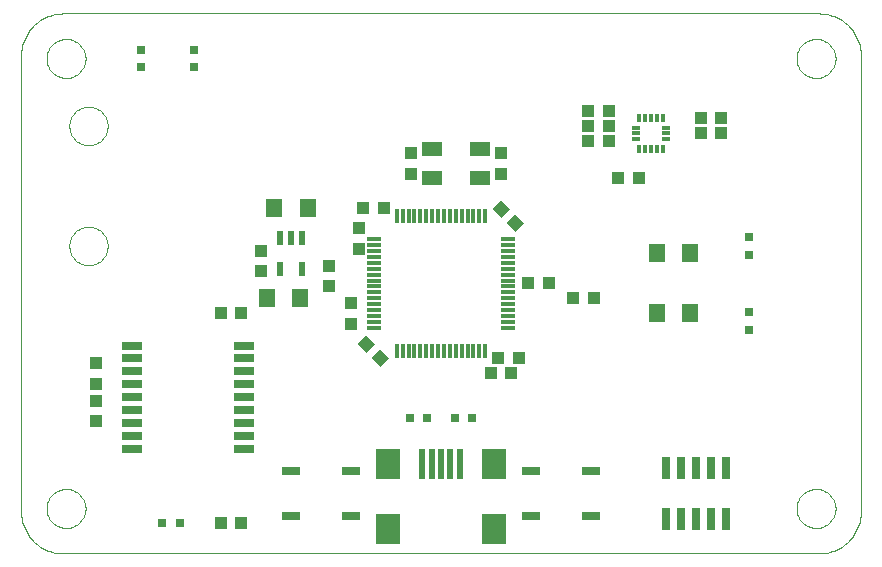
<source format=gtp>
G75*
G70*
%OFA0B0*%
%FSLAX24Y24*%
%IPPOS*%
%LPD*%
%AMOC8*
5,1,8,0,0,1.08239X$1,22.5*
%
%ADD10C,0.0000*%
%ADD11R,0.0709X0.0315*%
%ADD12R,0.0709X0.0276*%
%ADD13R,0.0118X0.0472*%
%ADD14R,0.0472X0.0118*%
%ADD15R,0.0315X0.0118*%
%ADD16R,0.0118X0.0315*%
%ADD17R,0.0433X0.0394*%
%ADD18R,0.0551X0.0630*%
%ADD19R,0.0315X0.0315*%
%ADD20R,0.0217X0.0472*%
%ADD21R,0.0394X0.0433*%
%ADD22R,0.0600X0.0300*%
%ADD23R,0.0710X0.0470*%
%ADD24R,0.0290X0.0730*%
%ADD25R,0.0197X0.0984*%
%ADD26R,0.0787X0.0984*%
D10*
X002504Y000463D02*
X027676Y000463D01*
X027750Y000465D01*
X027824Y000471D01*
X027897Y000480D01*
X027970Y000494D01*
X028042Y000511D01*
X028113Y000532D01*
X028183Y000557D01*
X028251Y000585D01*
X028318Y000617D01*
X028383Y000652D01*
X028446Y000691D01*
X028507Y000733D01*
X028566Y000778D01*
X028622Y000826D01*
X028676Y000877D01*
X028727Y000931D01*
X028775Y000987D01*
X028820Y001046D01*
X028862Y001107D01*
X028901Y001170D01*
X028936Y001235D01*
X028968Y001302D01*
X028996Y001370D01*
X029021Y001440D01*
X029042Y001511D01*
X029059Y001583D01*
X029073Y001656D01*
X029082Y001729D01*
X029088Y001803D01*
X029090Y001877D01*
X029090Y017049D01*
X029088Y017123D01*
X029082Y017197D01*
X029073Y017270D01*
X029059Y017343D01*
X029042Y017415D01*
X029021Y017486D01*
X028996Y017556D01*
X028968Y017624D01*
X028936Y017691D01*
X028901Y017756D01*
X028862Y017819D01*
X028820Y017880D01*
X028775Y017939D01*
X028727Y017995D01*
X028676Y018049D01*
X028622Y018100D01*
X028566Y018148D01*
X028507Y018193D01*
X028446Y018235D01*
X028383Y018274D01*
X028318Y018309D01*
X028251Y018341D01*
X028183Y018369D01*
X028113Y018394D01*
X028042Y018415D01*
X027970Y018432D01*
X027897Y018446D01*
X027824Y018455D01*
X027750Y018461D01*
X027676Y018463D01*
X002504Y018463D01*
X002430Y018461D01*
X002356Y018455D01*
X002283Y018446D01*
X002210Y018432D01*
X002138Y018415D01*
X002067Y018394D01*
X001997Y018369D01*
X001929Y018341D01*
X001862Y018309D01*
X001797Y018274D01*
X001734Y018235D01*
X001673Y018193D01*
X001614Y018148D01*
X001558Y018100D01*
X001504Y018049D01*
X001453Y017995D01*
X001405Y017939D01*
X001360Y017880D01*
X001318Y017819D01*
X001279Y017756D01*
X001244Y017691D01*
X001212Y017624D01*
X001184Y017556D01*
X001159Y017486D01*
X001138Y017415D01*
X001121Y017343D01*
X001107Y017270D01*
X001098Y017197D01*
X001092Y017123D01*
X001090Y017049D01*
X001090Y001877D01*
X001092Y001803D01*
X001098Y001729D01*
X001107Y001656D01*
X001121Y001583D01*
X001138Y001511D01*
X001159Y001440D01*
X001184Y001370D01*
X001212Y001302D01*
X001244Y001235D01*
X001279Y001170D01*
X001318Y001107D01*
X001360Y001046D01*
X001405Y000987D01*
X001453Y000931D01*
X001504Y000877D01*
X001558Y000826D01*
X001614Y000778D01*
X001673Y000733D01*
X001734Y000691D01*
X001797Y000652D01*
X001862Y000617D01*
X001929Y000585D01*
X001997Y000557D01*
X002067Y000532D01*
X002138Y000511D01*
X002210Y000494D01*
X002283Y000480D01*
X002356Y000471D01*
X002430Y000465D01*
X002504Y000463D01*
X001940Y001963D02*
X001942Y002013D01*
X001948Y002063D01*
X001958Y002113D01*
X001971Y002161D01*
X001988Y002209D01*
X002009Y002255D01*
X002033Y002299D01*
X002061Y002341D01*
X002092Y002381D01*
X002126Y002418D01*
X002163Y002453D01*
X002202Y002484D01*
X002243Y002513D01*
X002287Y002538D01*
X002333Y002560D01*
X002380Y002578D01*
X002428Y002592D01*
X002477Y002603D01*
X002527Y002610D01*
X002577Y002613D01*
X002628Y002612D01*
X002678Y002607D01*
X002728Y002598D01*
X002776Y002586D01*
X002824Y002569D01*
X002870Y002549D01*
X002915Y002526D01*
X002958Y002499D01*
X002998Y002469D01*
X003036Y002436D01*
X003071Y002400D01*
X003104Y002361D01*
X003133Y002320D01*
X003159Y002277D01*
X003182Y002232D01*
X003201Y002185D01*
X003216Y002137D01*
X003228Y002088D01*
X003236Y002038D01*
X003240Y001988D01*
X003240Y001938D01*
X003236Y001888D01*
X003228Y001838D01*
X003216Y001789D01*
X003201Y001741D01*
X003182Y001694D01*
X003159Y001649D01*
X003133Y001606D01*
X003104Y001565D01*
X003071Y001526D01*
X003036Y001490D01*
X002998Y001457D01*
X002958Y001427D01*
X002915Y001400D01*
X002870Y001377D01*
X002824Y001357D01*
X002776Y001340D01*
X002728Y001328D01*
X002678Y001319D01*
X002628Y001314D01*
X002577Y001313D01*
X002527Y001316D01*
X002477Y001323D01*
X002428Y001334D01*
X002380Y001348D01*
X002333Y001366D01*
X002287Y001388D01*
X002243Y001413D01*
X002202Y001442D01*
X002163Y001473D01*
X002126Y001508D01*
X002092Y001545D01*
X002061Y001585D01*
X002033Y001627D01*
X002009Y001671D01*
X001988Y001717D01*
X001971Y001765D01*
X001958Y001813D01*
X001948Y001863D01*
X001942Y001913D01*
X001940Y001963D01*
X002700Y010713D02*
X002702Y010763D01*
X002708Y010813D01*
X002718Y010862D01*
X002731Y010911D01*
X002749Y010958D01*
X002770Y011004D01*
X002794Y011047D01*
X002822Y011089D01*
X002853Y011129D01*
X002887Y011166D01*
X002924Y011200D01*
X002964Y011231D01*
X003006Y011259D01*
X003049Y011283D01*
X003095Y011304D01*
X003142Y011322D01*
X003191Y011335D01*
X003240Y011345D01*
X003290Y011351D01*
X003340Y011353D01*
X003390Y011351D01*
X003440Y011345D01*
X003489Y011335D01*
X003538Y011322D01*
X003585Y011304D01*
X003631Y011283D01*
X003674Y011259D01*
X003716Y011231D01*
X003756Y011200D01*
X003793Y011166D01*
X003827Y011129D01*
X003858Y011089D01*
X003886Y011047D01*
X003910Y011004D01*
X003931Y010958D01*
X003949Y010911D01*
X003962Y010862D01*
X003972Y010813D01*
X003978Y010763D01*
X003980Y010713D01*
X003978Y010663D01*
X003972Y010613D01*
X003962Y010564D01*
X003949Y010515D01*
X003931Y010468D01*
X003910Y010422D01*
X003886Y010379D01*
X003858Y010337D01*
X003827Y010297D01*
X003793Y010260D01*
X003756Y010226D01*
X003716Y010195D01*
X003674Y010167D01*
X003631Y010143D01*
X003585Y010122D01*
X003538Y010104D01*
X003489Y010091D01*
X003440Y010081D01*
X003390Y010075D01*
X003340Y010073D01*
X003290Y010075D01*
X003240Y010081D01*
X003191Y010091D01*
X003142Y010104D01*
X003095Y010122D01*
X003049Y010143D01*
X003006Y010167D01*
X002964Y010195D01*
X002924Y010226D01*
X002887Y010260D01*
X002853Y010297D01*
X002822Y010337D01*
X002794Y010379D01*
X002770Y010422D01*
X002749Y010468D01*
X002731Y010515D01*
X002718Y010564D01*
X002708Y010613D01*
X002702Y010663D01*
X002700Y010713D01*
X002700Y014713D02*
X002702Y014763D01*
X002708Y014813D01*
X002718Y014862D01*
X002731Y014911D01*
X002749Y014958D01*
X002770Y015004D01*
X002794Y015047D01*
X002822Y015089D01*
X002853Y015129D01*
X002887Y015166D01*
X002924Y015200D01*
X002964Y015231D01*
X003006Y015259D01*
X003049Y015283D01*
X003095Y015304D01*
X003142Y015322D01*
X003191Y015335D01*
X003240Y015345D01*
X003290Y015351D01*
X003340Y015353D01*
X003390Y015351D01*
X003440Y015345D01*
X003489Y015335D01*
X003538Y015322D01*
X003585Y015304D01*
X003631Y015283D01*
X003674Y015259D01*
X003716Y015231D01*
X003756Y015200D01*
X003793Y015166D01*
X003827Y015129D01*
X003858Y015089D01*
X003886Y015047D01*
X003910Y015004D01*
X003931Y014958D01*
X003949Y014911D01*
X003962Y014862D01*
X003972Y014813D01*
X003978Y014763D01*
X003980Y014713D01*
X003978Y014663D01*
X003972Y014613D01*
X003962Y014564D01*
X003949Y014515D01*
X003931Y014468D01*
X003910Y014422D01*
X003886Y014379D01*
X003858Y014337D01*
X003827Y014297D01*
X003793Y014260D01*
X003756Y014226D01*
X003716Y014195D01*
X003674Y014167D01*
X003631Y014143D01*
X003585Y014122D01*
X003538Y014104D01*
X003489Y014091D01*
X003440Y014081D01*
X003390Y014075D01*
X003340Y014073D01*
X003290Y014075D01*
X003240Y014081D01*
X003191Y014091D01*
X003142Y014104D01*
X003095Y014122D01*
X003049Y014143D01*
X003006Y014167D01*
X002964Y014195D01*
X002924Y014226D01*
X002887Y014260D01*
X002853Y014297D01*
X002822Y014337D01*
X002794Y014379D01*
X002770Y014422D01*
X002749Y014468D01*
X002731Y014515D01*
X002718Y014564D01*
X002708Y014613D01*
X002702Y014663D01*
X002700Y014713D01*
X001940Y016963D02*
X001942Y017013D01*
X001948Y017063D01*
X001958Y017113D01*
X001971Y017161D01*
X001988Y017209D01*
X002009Y017255D01*
X002033Y017299D01*
X002061Y017341D01*
X002092Y017381D01*
X002126Y017418D01*
X002163Y017453D01*
X002202Y017484D01*
X002243Y017513D01*
X002287Y017538D01*
X002333Y017560D01*
X002380Y017578D01*
X002428Y017592D01*
X002477Y017603D01*
X002527Y017610D01*
X002577Y017613D01*
X002628Y017612D01*
X002678Y017607D01*
X002728Y017598D01*
X002776Y017586D01*
X002824Y017569D01*
X002870Y017549D01*
X002915Y017526D01*
X002958Y017499D01*
X002998Y017469D01*
X003036Y017436D01*
X003071Y017400D01*
X003104Y017361D01*
X003133Y017320D01*
X003159Y017277D01*
X003182Y017232D01*
X003201Y017185D01*
X003216Y017137D01*
X003228Y017088D01*
X003236Y017038D01*
X003240Y016988D01*
X003240Y016938D01*
X003236Y016888D01*
X003228Y016838D01*
X003216Y016789D01*
X003201Y016741D01*
X003182Y016694D01*
X003159Y016649D01*
X003133Y016606D01*
X003104Y016565D01*
X003071Y016526D01*
X003036Y016490D01*
X002998Y016457D01*
X002958Y016427D01*
X002915Y016400D01*
X002870Y016377D01*
X002824Y016357D01*
X002776Y016340D01*
X002728Y016328D01*
X002678Y016319D01*
X002628Y016314D01*
X002577Y016313D01*
X002527Y016316D01*
X002477Y016323D01*
X002428Y016334D01*
X002380Y016348D01*
X002333Y016366D01*
X002287Y016388D01*
X002243Y016413D01*
X002202Y016442D01*
X002163Y016473D01*
X002126Y016508D01*
X002092Y016545D01*
X002061Y016585D01*
X002033Y016627D01*
X002009Y016671D01*
X001988Y016717D01*
X001971Y016765D01*
X001958Y016813D01*
X001948Y016863D01*
X001942Y016913D01*
X001940Y016963D01*
X026940Y016963D02*
X026942Y017013D01*
X026948Y017063D01*
X026958Y017113D01*
X026971Y017161D01*
X026988Y017209D01*
X027009Y017255D01*
X027033Y017299D01*
X027061Y017341D01*
X027092Y017381D01*
X027126Y017418D01*
X027163Y017453D01*
X027202Y017484D01*
X027243Y017513D01*
X027287Y017538D01*
X027333Y017560D01*
X027380Y017578D01*
X027428Y017592D01*
X027477Y017603D01*
X027527Y017610D01*
X027577Y017613D01*
X027628Y017612D01*
X027678Y017607D01*
X027728Y017598D01*
X027776Y017586D01*
X027824Y017569D01*
X027870Y017549D01*
X027915Y017526D01*
X027958Y017499D01*
X027998Y017469D01*
X028036Y017436D01*
X028071Y017400D01*
X028104Y017361D01*
X028133Y017320D01*
X028159Y017277D01*
X028182Y017232D01*
X028201Y017185D01*
X028216Y017137D01*
X028228Y017088D01*
X028236Y017038D01*
X028240Y016988D01*
X028240Y016938D01*
X028236Y016888D01*
X028228Y016838D01*
X028216Y016789D01*
X028201Y016741D01*
X028182Y016694D01*
X028159Y016649D01*
X028133Y016606D01*
X028104Y016565D01*
X028071Y016526D01*
X028036Y016490D01*
X027998Y016457D01*
X027958Y016427D01*
X027915Y016400D01*
X027870Y016377D01*
X027824Y016357D01*
X027776Y016340D01*
X027728Y016328D01*
X027678Y016319D01*
X027628Y016314D01*
X027577Y016313D01*
X027527Y016316D01*
X027477Y016323D01*
X027428Y016334D01*
X027380Y016348D01*
X027333Y016366D01*
X027287Y016388D01*
X027243Y016413D01*
X027202Y016442D01*
X027163Y016473D01*
X027126Y016508D01*
X027092Y016545D01*
X027061Y016585D01*
X027033Y016627D01*
X027009Y016671D01*
X026988Y016717D01*
X026971Y016765D01*
X026958Y016813D01*
X026948Y016863D01*
X026942Y016913D01*
X026940Y016963D01*
X026940Y001963D02*
X026942Y002013D01*
X026948Y002063D01*
X026958Y002113D01*
X026971Y002161D01*
X026988Y002209D01*
X027009Y002255D01*
X027033Y002299D01*
X027061Y002341D01*
X027092Y002381D01*
X027126Y002418D01*
X027163Y002453D01*
X027202Y002484D01*
X027243Y002513D01*
X027287Y002538D01*
X027333Y002560D01*
X027380Y002578D01*
X027428Y002592D01*
X027477Y002603D01*
X027527Y002610D01*
X027577Y002613D01*
X027628Y002612D01*
X027678Y002607D01*
X027728Y002598D01*
X027776Y002586D01*
X027824Y002569D01*
X027870Y002549D01*
X027915Y002526D01*
X027958Y002499D01*
X027998Y002469D01*
X028036Y002436D01*
X028071Y002400D01*
X028104Y002361D01*
X028133Y002320D01*
X028159Y002277D01*
X028182Y002232D01*
X028201Y002185D01*
X028216Y002137D01*
X028228Y002088D01*
X028236Y002038D01*
X028240Y001988D01*
X028240Y001938D01*
X028236Y001888D01*
X028228Y001838D01*
X028216Y001789D01*
X028201Y001741D01*
X028182Y001694D01*
X028159Y001649D01*
X028133Y001606D01*
X028104Y001565D01*
X028071Y001526D01*
X028036Y001490D01*
X027998Y001457D01*
X027958Y001427D01*
X027915Y001400D01*
X027870Y001377D01*
X027824Y001357D01*
X027776Y001340D01*
X027728Y001328D01*
X027678Y001319D01*
X027628Y001314D01*
X027577Y001313D01*
X027527Y001316D01*
X027477Y001323D01*
X027428Y001334D01*
X027380Y001348D01*
X027333Y001366D01*
X027287Y001388D01*
X027243Y001413D01*
X027202Y001442D01*
X027163Y001473D01*
X027126Y001508D01*
X027092Y001545D01*
X027061Y001585D01*
X027033Y001627D01*
X027009Y001671D01*
X026988Y001717D01*
X026971Y001765D01*
X026958Y001813D01*
X026948Y001863D01*
X026942Y001913D01*
X026940Y001963D01*
D11*
X008539Y004369D03*
X008539Y004802D03*
X008539Y005235D03*
X008539Y005668D03*
X008539Y006101D03*
X008539Y006534D03*
X008539Y006967D03*
X004799Y006967D03*
X004799Y006534D03*
X004799Y006101D03*
X004799Y005668D03*
X004799Y005235D03*
X004799Y004802D03*
X004799Y004369D03*
D12*
X004799Y003956D03*
X008539Y003956D03*
X008539Y007381D03*
X004799Y007381D03*
D13*
X013614Y007219D03*
X013810Y007219D03*
X014007Y007219D03*
X014204Y007219D03*
X014401Y007219D03*
X014598Y007219D03*
X014795Y007219D03*
X014992Y007219D03*
X015188Y007219D03*
X015385Y007219D03*
X015582Y007219D03*
X015779Y007219D03*
X015976Y007219D03*
X016173Y007219D03*
X016370Y007219D03*
X016566Y007219D03*
X016566Y011707D03*
X016370Y011707D03*
X016173Y011707D03*
X015976Y011707D03*
X015779Y011707D03*
X015582Y011707D03*
X015385Y011707D03*
X015188Y011707D03*
X014992Y011707D03*
X014795Y011707D03*
X014598Y011707D03*
X014401Y011707D03*
X014204Y011707D03*
X014007Y011707D03*
X013810Y011707D03*
X013614Y011707D03*
D14*
X012846Y010939D03*
X012846Y010742D03*
X012846Y010546D03*
X012846Y010349D03*
X012846Y010152D03*
X012846Y009955D03*
X012846Y009758D03*
X012846Y009561D03*
X012846Y009364D03*
X012846Y009168D03*
X012846Y008971D03*
X012846Y008774D03*
X012846Y008577D03*
X012846Y008380D03*
X012846Y008183D03*
X012846Y007986D03*
X017334Y007986D03*
X017334Y008183D03*
X017334Y008380D03*
X017334Y008577D03*
X017334Y008774D03*
X017334Y008971D03*
X017334Y009168D03*
X017334Y009364D03*
X017334Y009561D03*
X017334Y009758D03*
X017334Y009955D03*
X017334Y010152D03*
X017334Y010349D03*
X017334Y010546D03*
X017334Y010742D03*
X017334Y010939D03*
D15*
X021588Y014266D03*
X021588Y014463D03*
X021588Y014660D03*
X022592Y014660D03*
X022592Y014463D03*
X022592Y014266D03*
D16*
X022484Y013961D03*
X022287Y013961D03*
X022090Y013961D03*
X021893Y013961D03*
X021696Y013961D03*
X021696Y014965D03*
X021893Y014965D03*
X022090Y014965D03*
X022287Y014965D03*
X022484Y014965D03*
D17*
X023755Y014963D03*
X023755Y014463D03*
X024425Y014463D03*
X024425Y014963D03*
X021675Y012963D03*
X021005Y012963D03*
X020675Y014213D03*
X020675Y014713D03*
X020005Y014713D03*
X020005Y014213D03*
X020005Y015213D03*
X020675Y015213D03*
G36*
X017116Y011657D02*
X016811Y011962D01*
X017090Y012241D01*
X017395Y011936D01*
X017116Y011657D01*
G37*
G36*
X017590Y011184D02*
X017285Y011489D01*
X017564Y011768D01*
X017869Y011463D01*
X017590Y011184D01*
G37*
X018005Y009463D03*
X018675Y009463D03*
X019505Y008963D03*
X020175Y008963D03*
X017675Y006963D03*
X017425Y006463D03*
X017005Y006963D03*
X016755Y006463D03*
G36*
X013064Y007268D02*
X013369Y006963D01*
X013090Y006684D01*
X012785Y006989D01*
X013064Y007268D01*
G37*
G36*
X012590Y007741D02*
X012895Y007436D01*
X012616Y007157D01*
X012311Y007462D01*
X012590Y007741D01*
G37*
X008425Y008463D03*
X007755Y008463D03*
X012505Y011963D03*
X013175Y011963D03*
X008425Y001463D03*
X007755Y001463D03*
D18*
X009289Y008963D03*
X010391Y008963D03*
X010641Y011963D03*
X009539Y011963D03*
X022289Y010463D03*
X023391Y010463D03*
X023391Y008463D03*
X022289Y008463D03*
D19*
X025340Y008508D03*
X025340Y007918D03*
X025340Y010418D03*
X025340Y011008D03*
X016135Y004963D03*
X015545Y004963D03*
X014635Y004963D03*
X014045Y004963D03*
X006385Y001463D03*
X005795Y001463D03*
X005090Y016668D03*
X005090Y017258D03*
X006840Y017258D03*
X006840Y016668D03*
D20*
X009716Y010975D03*
X010090Y010975D03*
X010464Y010975D03*
X010464Y009951D03*
X009716Y009951D03*
D21*
X009090Y009878D03*
X009090Y010547D03*
X011340Y010047D03*
X012340Y010628D03*
X012340Y011297D03*
X014090Y013128D03*
X014090Y013797D03*
X017090Y013797D03*
X017090Y013128D03*
X011340Y009378D03*
X012090Y008797D03*
X012090Y008128D03*
X003590Y006797D03*
X003590Y006128D03*
X003590Y005547D03*
X003590Y004878D03*
D22*
X010090Y003213D03*
X012090Y003213D03*
X012090Y001713D03*
X010090Y001713D03*
X018090Y001713D03*
X020090Y001713D03*
X020090Y003213D03*
X018090Y003213D03*
D23*
X016390Y012993D03*
X016390Y013933D03*
X014790Y013933D03*
X014790Y012993D03*
D24*
X022590Y003298D03*
X023090Y003298D03*
X023590Y003298D03*
X024090Y003298D03*
X024590Y003298D03*
X024590Y001628D03*
X024090Y001628D03*
X023590Y001628D03*
X023090Y001628D03*
X022590Y001628D03*
D25*
X015720Y003447D03*
X015405Y003447D03*
X015090Y003447D03*
X014775Y003447D03*
X014460Y003447D03*
D26*
X013318Y003447D03*
X016862Y003447D03*
X016862Y001282D03*
X013318Y001282D03*
M02*

</source>
